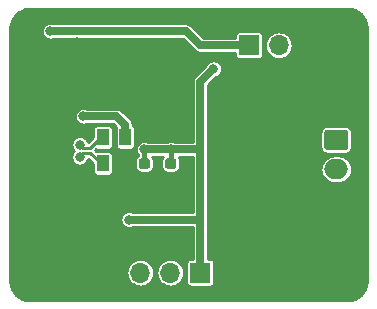
<source format=gbr>
G04 #@! TF.GenerationSoftware,KiCad,Pcbnew,(5.1.0-70-g46d257dc6)*
G04 #@! TF.CreationDate,2019-05-03T15:48:20+03:00*
G04 #@! TF.ProjectId,stm32_ds2480_emu,73746d33-325f-4647-9332-3438305f656d,rev?*
G04 #@! TF.SameCoordinates,Original*
G04 #@! TF.FileFunction,Copper,L2,Bot*
G04 #@! TF.FilePolarity,Positive*
%FSLAX46Y46*%
G04 Gerber Fmt 4.6, Leading zero omitted, Abs format (unit mm)*
G04 Created by KiCad (PCBNEW (5.1.0-70-g46d257dc6)) date 2019-05-03 15:48:20*
%MOMM*%
%LPD*%
G04 APERTURE LIST*
%ADD10C,0.100000*%
%ADD11C,0.875000*%
%ADD12R,1.000000X1.400000*%
%ADD13R,1.200000X1.400000*%
%ADD14C,1.450000*%
%ADD15O,1.900000X1.200000*%
%ADD16O,1.700000X1.700000*%
%ADD17R,1.700000X1.700000*%
%ADD18O,2.000000X1.700000*%
%ADD19C,1.700000*%
%ADD20C,0.800000*%
%ADD21C,0.650000*%
%ADD22C,0.250000*%
%ADD23C,0.450000*%
%ADD24C,0.254000*%
G04 APERTURE END LIST*
D10*
G36*
X124527691Y-87151053D02*
G01*
X124548926Y-87154203D01*
X124569750Y-87159419D01*
X124589962Y-87166651D01*
X124609368Y-87175830D01*
X124627781Y-87186866D01*
X124645024Y-87199654D01*
X124660930Y-87214070D01*
X124675346Y-87229976D01*
X124688134Y-87247219D01*
X124699170Y-87265632D01*
X124708349Y-87285038D01*
X124715581Y-87305250D01*
X124720797Y-87326074D01*
X124723947Y-87347309D01*
X124725000Y-87368750D01*
X124725000Y-87806250D01*
X124723947Y-87827691D01*
X124720797Y-87848926D01*
X124715581Y-87869750D01*
X124708349Y-87889962D01*
X124699170Y-87909368D01*
X124688134Y-87927781D01*
X124675346Y-87945024D01*
X124660930Y-87960930D01*
X124645024Y-87975346D01*
X124627781Y-87988134D01*
X124609368Y-87999170D01*
X124589962Y-88008349D01*
X124569750Y-88015581D01*
X124548926Y-88020797D01*
X124527691Y-88023947D01*
X124506250Y-88025000D01*
X123993750Y-88025000D01*
X123972309Y-88023947D01*
X123951074Y-88020797D01*
X123930250Y-88015581D01*
X123910038Y-88008349D01*
X123890632Y-87999170D01*
X123872219Y-87988134D01*
X123854976Y-87975346D01*
X123839070Y-87960930D01*
X123824654Y-87945024D01*
X123811866Y-87927781D01*
X123800830Y-87909368D01*
X123791651Y-87889962D01*
X123784419Y-87869750D01*
X123779203Y-87848926D01*
X123776053Y-87827691D01*
X123775000Y-87806250D01*
X123775000Y-87368750D01*
X123776053Y-87347309D01*
X123779203Y-87326074D01*
X123784419Y-87305250D01*
X123791651Y-87285038D01*
X123800830Y-87265632D01*
X123811866Y-87247219D01*
X123824654Y-87229976D01*
X123839070Y-87214070D01*
X123854976Y-87199654D01*
X123872219Y-87186866D01*
X123890632Y-87175830D01*
X123910038Y-87166651D01*
X123930250Y-87159419D01*
X123951074Y-87154203D01*
X123972309Y-87151053D01*
X123993750Y-87150000D01*
X124506250Y-87150000D01*
X124527691Y-87151053D01*
X124527691Y-87151053D01*
G37*
D11*
X124250000Y-87587500D03*
D10*
G36*
X124527691Y-85576053D02*
G01*
X124548926Y-85579203D01*
X124569750Y-85584419D01*
X124589962Y-85591651D01*
X124609368Y-85600830D01*
X124627781Y-85611866D01*
X124645024Y-85624654D01*
X124660930Y-85639070D01*
X124675346Y-85654976D01*
X124688134Y-85672219D01*
X124699170Y-85690632D01*
X124708349Y-85710038D01*
X124715581Y-85730250D01*
X124720797Y-85751074D01*
X124723947Y-85772309D01*
X124725000Y-85793750D01*
X124725000Y-86231250D01*
X124723947Y-86252691D01*
X124720797Y-86273926D01*
X124715581Y-86294750D01*
X124708349Y-86314962D01*
X124699170Y-86334368D01*
X124688134Y-86352781D01*
X124675346Y-86370024D01*
X124660930Y-86385930D01*
X124645024Y-86400346D01*
X124627781Y-86413134D01*
X124609368Y-86424170D01*
X124589962Y-86433349D01*
X124569750Y-86440581D01*
X124548926Y-86445797D01*
X124527691Y-86448947D01*
X124506250Y-86450000D01*
X123993750Y-86450000D01*
X123972309Y-86448947D01*
X123951074Y-86445797D01*
X123930250Y-86440581D01*
X123910038Y-86433349D01*
X123890632Y-86424170D01*
X123872219Y-86413134D01*
X123854976Y-86400346D01*
X123839070Y-86385930D01*
X123824654Y-86370024D01*
X123811866Y-86352781D01*
X123800830Y-86334368D01*
X123791651Y-86314962D01*
X123784419Y-86294750D01*
X123779203Y-86273926D01*
X123776053Y-86252691D01*
X123775000Y-86231250D01*
X123775000Y-85793750D01*
X123776053Y-85772309D01*
X123779203Y-85751074D01*
X123784419Y-85730250D01*
X123791651Y-85710038D01*
X123800830Y-85690632D01*
X123811866Y-85672219D01*
X123824654Y-85654976D01*
X123839070Y-85639070D01*
X123854976Y-85624654D01*
X123872219Y-85611866D01*
X123890632Y-85600830D01*
X123910038Y-85591651D01*
X123930250Y-85584419D01*
X123951074Y-85579203D01*
X123972309Y-85576053D01*
X123993750Y-85575000D01*
X124506250Y-85575000D01*
X124527691Y-85576053D01*
X124527691Y-85576053D01*
G37*
D11*
X124250000Y-86012500D03*
D10*
G36*
X126777691Y-87151053D02*
G01*
X126798926Y-87154203D01*
X126819750Y-87159419D01*
X126839962Y-87166651D01*
X126859368Y-87175830D01*
X126877781Y-87186866D01*
X126895024Y-87199654D01*
X126910930Y-87214070D01*
X126925346Y-87229976D01*
X126938134Y-87247219D01*
X126949170Y-87265632D01*
X126958349Y-87285038D01*
X126965581Y-87305250D01*
X126970797Y-87326074D01*
X126973947Y-87347309D01*
X126975000Y-87368750D01*
X126975000Y-87806250D01*
X126973947Y-87827691D01*
X126970797Y-87848926D01*
X126965581Y-87869750D01*
X126958349Y-87889962D01*
X126949170Y-87909368D01*
X126938134Y-87927781D01*
X126925346Y-87945024D01*
X126910930Y-87960930D01*
X126895024Y-87975346D01*
X126877781Y-87988134D01*
X126859368Y-87999170D01*
X126839962Y-88008349D01*
X126819750Y-88015581D01*
X126798926Y-88020797D01*
X126777691Y-88023947D01*
X126756250Y-88025000D01*
X126243750Y-88025000D01*
X126222309Y-88023947D01*
X126201074Y-88020797D01*
X126180250Y-88015581D01*
X126160038Y-88008349D01*
X126140632Y-87999170D01*
X126122219Y-87988134D01*
X126104976Y-87975346D01*
X126089070Y-87960930D01*
X126074654Y-87945024D01*
X126061866Y-87927781D01*
X126050830Y-87909368D01*
X126041651Y-87889962D01*
X126034419Y-87869750D01*
X126029203Y-87848926D01*
X126026053Y-87827691D01*
X126025000Y-87806250D01*
X126025000Y-87368750D01*
X126026053Y-87347309D01*
X126029203Y-87326074D01*
X126034419Y-87305250D01*
X126041651Y-87285038D01*
X126050830Y-87265632D01*
X126061866Y-87247219D01*
X126074654Y-87229976D01*
X126089070Y-87214070D01*
X126104976Y-87199654D01*
X126122219Y-87186866D01*
X126140632Y-87175830D01*
X126160038Y-87166651D01*
X126180250Y-87159419D01*
X126201074Y-87154203D01*
X126222309Y-87151053D01*
X126243750Y-87150000D01*
X126756250Y-87150000D01*
X126777691Y-87151053D01*
X126777691Y-87151053D01*
G37*
D11*
X126500000Y-87587500D03*
D10*
G36*
X126777691Y-85576053D02*
G01*
X126798926Y-85579203D01*
X126819750Y-85584419D01*
X126839962Y-85591651D01*
X126859368Y-85600830D01*
X126877781Y-85611866D01*
X126895024Y-85624654D01*
X126910930Y-85639070D01*
X126925346Y-85654976D01*
X126938134Y-85672219D01*
X126949170Y-85690632D01*
X126958349Y-85710038D01*
X126965581Y-85730250D01*
X126970797Y-85751074D01*
X126973947Y-85772309D01*
X126975000Y-85793750D01*
X126975000Y-86231250D01*
X126973947Y-86252691D01*
X126970797Y-86273926D01*
X126965581Y-86294750D01*
X126958349Y-86314962D01*
X126949170Y-86334368D01*
X126938134Y-86352781D01*
X126925346Y-86370024D01*
X126910930Y-86385930D01*
X126895024Y-86400346D01*
X126877781Y-86413134D01*
X126859368Y-86424170D01*
X126839962Y-86433349D01*
X126819750Y-86440581D01*
X126798926Y-86445797D01*
X126777691Y-86448947D01*
X126756250Y-86450000D01*
X126243750Y-86450000D01*
X126222309Y-86448947D01*
X126201074Y-86445797D01*
X126180250Y-86440581D01*
X126160038Y-86433349D01*
X126140632Y-86424170D01*
X126122219Y-86413134D01*
X126104976Y-86400346D01*
X126089070Y-86385930D01*
X126074654Y-86370024D01*
X126061866Y-86352781D01*
X126050830Y-86334368D01*
X126041651Y-86314962D01*
X126034419Y-86294750D01*
X126029203Y-86273926D01*
X126026053Y-86252691D01*
X126025000Y-86231250D01*
X126025000Y-85793750D01*
X126026053Y-85772309D01*
X126029203Y-85751074D01*
X126034419Y-85730250D01*
X126041651Y-85710038D01*
X126050830Y-85690632D01*
X126061866Y-85672219D01*
X126074654Y-85654976D01*
X126089070Y-85639070D01*
X126104976Y-85624654D01*
X126122219Y-85611866D01*
X126140632Y-85600830D01*
X126160038Y-85591651D01*
X126180250Y-85584419D01*
X126201074Y-85579203D01*
X126222309Y-85576053D01*
X126243750Y-85575000D01*
X126756250Y-85575000D01*
X126777691Y-85576053D01*
X126777691Y-85576053D01*
G37*
D11*
X126500000Y-86012500D03*
D12*
X122650000Y-83800000D03*
X120750000Y-83800000D03*
X120750000Y-86000000D03*
D13*
X122470000Y-86000000D03*
D14*
X116962500Y-82750000D03*
X116962500Y-87750000D03*
D15*
X114262500Y-81750000D03*
X114262500Y-88750000D03*
D16*
X121380000Y-95250000D03*
X123920000Y-95250000D03*
X126460000Y-95250000D03*
D17*
X129000000Y-95250000D03*
D16*
X135640000Y-76000000D03*
D17*
X133100000Y-76000000D03*
D18*
X140500000Y-86500000D03*
D10*
G36*
X141274504Y-83151204D02*
G01*
X141298773Y-83154804D01*
X141322571Y-83160765D01*
X141345671Y-83169030D01*
X141367849Y-83179520D01*
X141388893Y-83192133D01*
X141408598Y-83206747D01*
X141426777Y-83223223D01*
X141443253Y-83241402D01*
X141457867Y-83261107D01*
X141470480Y-83282151D01*
X141480970Y-83304329D01*
X141489235Y-83327429D01*
X141495196Y-83351227D01*
X141498796Y-83375496D01*
X141500000Y-83400000D01*
X141500000Y-84600000D01*
X141498796Y-84624504D01*
X141495196Y-84648773D01*
X141489235Y-84672571D01*
X141480970Y-84695671D01*
X141470480Y-84717849D01*
X141457867Y-84738893D01*
X141443253Y-84758598D01*
X141426777Y-84776777D01*
X141408598Y-84793253D01*
X141388893Y-84807867D01*
X141367849Y-84820480D01*
X141345671Y-84830970D01*
X141322571Y-84839235D01*
X141298773Y-84845196D01*
X141274504Y-84848796D01*
X141250000Y-84850000D01*
X139750000Y-84850000D01*
X139725496Y-84848796D01*
X139701227Y-84845196D01*
X139677429Y-84839235D01*
X139654329Y-84830970D01*
X139632151Y-84820480D01*
X139611107Y-84807867D01*
X139591402Y-84793253D01*
X139573223Y-84776777D01*
X139556747Y-84758598D01*
X139542133Y-84738893D01*
X139529520Y-84717849D01*
X139519030Y-84695671D01*
X139510765Y-84672571D01*
X139504804Y-84648773D01*
X139501204Y-84624504D01*
X139500000Y-84600000D01*
X139500000Y-83400000D01*
X139501204Y-83375496D01*
X139504804Y-83351227D01*
X139510765Y-83327429D01*
X139519030Y-83304329D01*
X139529520Y-83282151D01*
X139542133Y-83261107D01*
X139556747Y-83241402D01*
X139573223Y-83223223D01*
X139591402Y-83206747D01*
X139611107Y-83192133D01*
X139632151Y-83179520D01*
X139654329Y-83169030D01*
X139677429Y-83160765D01*
X139701227Y-83154804D01*
X139725496Y-83151204D01*
X139750000Y-83150000D01*
X141250000Y-83150000D01*
X141274504Y-83151204D01*
X141274504Y-83151204D01*
G37*
D19*
X140500000Y-84000000D03*
D20*
X116300000Y-74799966D03*
X118549998Y-75750000D03*
X114750000Y-78000002D03*
X121500000Y-78000000D03*
X124500014Y-83250000D03*
X132500000Y-88000000D03*
X130100000Y-78000000D03*
X126500000Y-84799996D03*
X124250006Y-84800000D03*
X122950000Y-90750000D03*
X118800000Y-85450000D03*
X118800000Y-84400000D03*
X119100000Y-82000000D03*
D21*
X133100000Y-76000000D02*
X129000000Y-76000000D01*
X129000000Y-76000000D02*
X127799966Y-74799966D01*
X127799966Y-74799966D02*
X116300000Y-74799966D01*
D22*
X117000002Y-75750000D02*
X118549998Y-75750000D01*
X114750000Y-78000002D02*
X117000002Y-75750000D01*
X126500000Y-87587500D02*
X124250000Y-87587500D01*
X119500000Y-87750000D02*
X116962500Y-87750000D01*
X119662500Y-87587500D02*
X119500000Y-87750000D01*
X122470000Y-87530000D02*
X122412500Y-87587500D01*
X122470000Y-86000000D02*
X122470000Y-87530000D01*
X124250000Y-87587500D02*
X122412500Y-87587500D01*
X132500000Y-78500000D02*
X132500000Y-88000000D01*
X131100000Y-77100000D02*
X132500000Y-78500000D01*
X121500000Y-78000000D02*
X122400000Y-77100000D01*
X124500014Y-77100014D02*
X124500000Y-77100000D01*
X124500014Y-83250000D02*
X124500014Y-77100014D01*
X124500000Y-77100000D02*
X131100000Y-77100000D01*
X122400000Y-77100000D02*
X124500000Y-77100000D01*
X121380000Y-87595000D02*
X121387500Y-87587500D01*
X121380000Y-95250000D02*
X121380000Y-87595000D01*
X121387500Y-87587500D02*
X119662500Y-87587500D01*
X122412500Y-87587500D02*
X121387500Y-87587500D01*
D23*
X124250000Y-84799994D02*
X124250006Y-84800000D01*
X126500000Y-84799996D02*
X126500000Y-86012500D01*
X124250006Y-86012494D02*
X124250000Y-86012500D01*
X124250006Y-84800000D02*
X124250006Y-86012494D01*
D21*
X124250010Y-84799996D02*
X124250006Y-84800000D01*
X126500000Y-84799996D02*
X124250010Y-84799996D01*
X129000000Y-90750000D02*
X129000000Y-95250000D01*
X122950000Y-90750000D02*
X129000000Y-90750000D01*
X129000000Y-79100000D02*
X130100000Y-78000000D01*
X128999996Y-84799996D02*
X129000000Y-84800000D01*
X126500000Y-84799996D02*
X128999996Y-84799996D01*
X129000000Y-84800000D02*
X129000000Y-79100000D01*
X129000000Y-90750000D02*
X129000000Y-84800000D01*
D22*
X120550000Y-86000000D02*
X119700000Y-85150000D01*
X120750000Y-86000000D02*
X120550000Y-86000000D01*
X118800000Y-85450000D02*
X119100000Y-85150000D01*
X119700000Y-85150000D02*
X119100000Y-85150000D01*
X119675000Y-84675000D02*
X119075000Y-84675000D01*
X119075000Y-84675000D02*
X118800000Y-84400000D01*
X120550000Y-83800000D02*
X119675000Y-84675000D01*
X120750000Y-83800000D02*
X120550000Y-83800000D01*
D21*
X122650000Y-83800000D02*
X122650000Y-82750000D01*
X122650000Y-82750000D02*
X121900000Y-82000000D01*
X121900000Y-82000000D02*
X119100000Y-82000000D01*
D24*
G36*
X141805136Y-72958967D02*
G01*
X142098643Y-73047582D01*
X142369350Y-73191520D01*
X142606945Y-73385298D01*
X142802379Y-73621535D01*
X142948202Y-73891230D01*
X143038865Y-74184115D01*
X143073000Y-74508883D01*
X143073001Y-95979107D01*
X143041034Y-96305131D01*
X142952419Y-96598641D01*
X142808479Y-96869353D01*
X142614703Y-97106945D01*
X142378462Y-97302380D01*
X142108770Y-97448202D01*
X141815885Y-97538865D01*
X141491117Y-97573000D01*
X114520883Y-97573000D01*
X114194869Y-97541034D01*
X113901359Y-97452419D01*
X113630647Y-97308479D01*
X113393055Y-97114703D01*
X113197620Y-96878462D01*
X113051798Y-96608770D01*
X112961135Y-96315885D01*
X112927000Y-95991117D01*
X112927000Y-95250000D01*
X122737306Y-95250000D01*
X122760031Y-95480732D01*
X122827333Y-95702597D01*
X122936626Y-95907070D01*
X123083709Y-96086291D01*
X123262930Y-96233374D01*
X123467403Y-96342667D01*
X123689268Y-96409969D01*
X123862188Y-96427000D01*
X123977812Y-96427000D01*
X124150732Y-96409969D01*
X124372597Y-96342667D01*
X124577070Y-96233374D01*
X124756291Y-96086291D01*
X124903374Y-95907070D01*
X125012667Y-95702597D01*
X125079969Y-95480732D01*
X125102694Y-95250000D01*
X125277306Y-95250000D01*
X125300031Y-95480732D01*
X125367333Y-95702597D01*
X125476626Y-95907070D01*
X125623709Y-96086291D01*
X125802930Y-96233374D01*
X126007403Y-96342667D01*
X126229268Y-96409969D01*
X126402188Y-96427000D01*
X126517812Y-96427000D01*
X126690732Y-96409969D01*
X126912597Y-96342667D01*
X127117070Y-96233374D01*
X127296291Y-96086291D01*
X127443374Y-95907070D01*
X127552667Y-95702597D01*
X127619969Y-95480732D01*
X127642694Y-95250000D01*
X127619969Y-95019268D01*
X127552667Y-94797403D01*
X127443374Y-94592930D01*
X127296291Y-94413709D01*
X127117070Y-94266626D01*
X126912597Y-94157333D01*
X126690732Y-94090031D01*
X126517812Y-94073000D01*
X126402188Y-94073000D01*
X126229268Y-94090031D01*
X126007403Y-94157333D01*
X125802930Y-94266626D01*
X125623709Y-94413709D01*
X125476626Y-94592930D01*
X125367333Y-94797403D01*
X125300031Y-95019268D01*
X125277306Y-95250000D01*
X125102694Y-95250000D01*
X125079969Y-95019268D01*
X125012667Y-94797403D01*
X124903374Y-94592930D01*
X124756291Y-94413709D01*
X124577070Y-94266626D01*
X124372597Y-94157333D01*
X124150732Y-94090031D01*
X123977812Y-94073000D01*
X123862188Y-94073000D01*
X123689268Y-94090031D01*
X123467403Y-94157333D01*
X123262930Y-94266626D01*
X123083709Y-94413709D01*
X122936626Y-94592930D01*
X122827333Y-94797403D01*
X122760031Y-95019268D01*
X122737306Y-95250000D01*
X112927000Y-95250000D01*
X112927000Y-90678397D01*
X122223000Y-90678397D01*
X122223000Y-90821603D01*
X122250938Y-90962058D01*
X122305741Y-91094364D01*
X122385302Y-91213436D01*
X122486564Y-91314698D01*
X122605636Y-91394259D01*
X122737942Y-91449062D01*
X122878397Y-91477000D01*
X123021603Y-91477000D01*
X123162058Y-91449062D01*
X123275676Y-91402000D01*
X128348000Y-91402000D01*
X128348001Y-94071418D01*
X128150000Y-94071418D01*
X128085897Y-94077732D01*
X128024257Y-94096430D01*
X127967450Y-94126794D01*
X127917657Y-94167657D01*
X127876794Y-94217450D01*
X127846430Y-94274257D01*
X127827732Y-94335897D01*
X127821418Y-94400000D01*
X127821418Y-96100000D01*
X127827732Y-96164103D01*
X127846430Y-96225743D01*
X127876794Y-96282550D01*
X127917657Y-96332343D01*
X127967450Y-96373206D01*
X128024257Y-96403570D01*
X128085897Y-96422268D01*
X128150000Y-96428582D01*
X129850000Y-96428582D01*
X129914103Y-96422268D01*
X129975743Y-96403570D01*
X130032550Y-96373206D01*
X130082343Y-96332343D01*
X130123206Y-96282550D01*
X130153570Y-96225743D01*
X130172268Y-96164103D01*
X130178582Y-96100000D01*
X130178582Y-94400000D01*
X130172268Y-94335897D01*
X130153570Y-94274257D01*
X130123206Y-94217450D01*
X130082343Y-94167657D01*
X130032550Y-94126794D01*
X129975743Y-94096430D01*
X129914103Y-94077732D01*
X129850000Y-94071418D01*
X129652000Y-94071418D01*
X129652000Y-90782021D01*
X129655154Y-90750000D01*
X129652000Y-90717978D01*
X129652000Y-86500000D01*
X139167306Y-86500000D01*
X139190031Y-86730732D01*
X139257333Y-86952597D01*
X139366626Y-87157070D01*
X139513709Y-87336291D01*
X139692930Y-87483374D01*
X139897403Y-87592667D01*
X140119268Y-87659969D01*
X140292188Y-87677000D01*
X140707812Y-87677000D01*
X140880732Y-87659969D01*
X141102597Y-87592667D01*
X141307070Y-87483374D01*
X141486291Y-87336291D01*
X141633374Y-87157070D01*
X141742667Y-86952597D01*
X141809969Y-86730732D01*
X141832694Y-86500000D01*
X141809969Y-86269268D01*
X141742667Y-86047403D01*
X141633374Y-85842930D01*
X141486291Y-85663709D01*
X141307070Y-85516626D01*
X141102597Y-85407333D01*
X140880732Y-85340031D01*
X140707812Y-85323000D01*
X140292188Y-85323000D01*
X140119268Y-85340031D01*
X139897403Y-85407333D01*
X139692930Y-85516626D01*
X139513709Y-85663709D01*
X139366626Y-85842930D01*
X139257333Y-86047403D01*
X139190031Y-86269268D01*
X139167306Y-86500000D01*
X129652000Y-86500000D01*
X129652000Y-84832021D01*
X129655154Y-84800000D01*
X129652000Y-84767978D01*
X129652000Y-83400000D01*
X139171418Y-83400000D01*
X139171418Y-84600000D01*
X139182535Y-84712876D01*
X139215460Y-84821414D01*
X139268927Y-84921443D01*
X139340881Y-85009119D01*
X139428557Y-85081073D01*
X139528586Y-85134540D01*
X139637124Y-85167465D01*
X139750000Y-85178582D01*
X141250000Y-85178582D01*
X141362876Y-85167465D01*
X141471414Y-85134540D01*
X141571443Y-85081073D01*
X141659119Y-85009119D01*
X141731073Y-84921443D01*
X141784540Y-84821414D01*
X141817465Y-84712876D01*
X141828582Y-84600000D01*
X141828582Y-83400000D01*
X141817465Y-83287124D01*
X141784540Y-83178586D01*
X141731073Y-83078557D01*
X141659119Y-82990881D01*
X141571443Y-82918927D01*
X141471414Y-82865460D01*
X141362876Y-82832535D01*
X141250000Y-82821418D01*
X139750000Y-82821418D01*
X139637124Y-82832535D01*
X139528586Y-82865460D01*
X139428557Y-82918927D01*
X139340881Y-82990881D01*
X139268927Y-83078557D01*
X139215460Y-83178586D01*
X139182535Y-83287124D01*
X139171418Y-83400000D01*
X129652000Y-83400000D01*
X129652000Y-79370066D01*
X130330745Y-78691321D01*
X130444364Y-78644259D01*
X130563436Y-78564698D01*
X130664698Y-78463436D01*
X130744259Y-78344364D01*
X130799062Y-78212058D01*
X130827000Y-78071603D01*
X130827000Y-77928397D01*
X130799062Y-77787942D01*
X130744259Y-77655636D01*
X130664698Y-77536564D01*
X130563436Y-77435302D01*
X130444364Y-77355741D01*
X130312058Y-77300938D01*
X130171603Y-77273000D01*
X130028397Y-77273000D01*
X129887942Y-77300938D01*
X129755636Y-77355741D01*
X129636564Y-77435302D01*
X129535302Y-77536564D01*
X129455741Y-77655636D01*
X129408679Y-77769255D01*
X128561614Y-78616320D01*
X128536737Y-78636736D01*
X128455260Y-78736016D01*
X128422899Y-78796559D01*
X128394717Y-78849284D01*
X128357435Y-78972186D01*
X128344846Y-79100000D01*
X128348001Y-79132032D01*
X128348000Y-84147996D01*
X126825676Y-84147996D01*
X126712058Y-84100934D01*
X126571603Y-84072996D01*
X126428397Y-84072996D01*
X126287942Y-84100934D01*
X126174324Y-84147996D01*
X124575672Y-84147996D01*
X124462064Y-84100938D01*
X124321609Y-84073000D01*
X124178403Y-84073000D01*
X124037948Y-84100938D01*
X123905642Y-84155741D01*
X123786570Y-84235302D01*
X123685308Y-84336564D01*
X123605747Y-84455636D01*
X123550944Y-84587942D01*
X123523006Y-84728397D01*
X123523006Y-84871603D01*
X123550944Y-85012058D01*
X123605747Y-85144364D01*
X123685308Y-85263436D01*
X123698006Y-85276134D01*
X123698006Y-85334204D01*
X123689669Y-85338660D01*
X123606728Y-85406728D01*
X123538660Y-85489669D01*
X123488081Y-85584295D01*
X123456935Y-85686971D01*
X123446418Y-85793750D01*
X123446418Y-86231250D01*
X123456935Y-86338029D01*
X123488081Y-86440705D01*
X123538660Y-86535331D01*
X123606728Y-86618272D01*
X123689669Y-86686340D01*
X123784295Y-86736919D01*
X123886971Y-86768065D01*
X123993750Y-86778582D01*
X124506250Y-86778582D01*
X124613029Y-86768065D01*
X124715705Y-86736919D01*
X124810331Y-86686340D01*
X124893272Y-86618272D01*
X124961340Y-86535331D01*
X125011919Y-86440705D01*
X125043065Y-86338029D01*
X125053582Y-86231250D01*
X125053582Y-85793750D01*
X125043065Y-85686971D01*
X125011919Y-85584295D01*
X124961340Y-85489669D01*
X124930423Y-85451996D01*
X125819577Y-85451996D01*
X125788660Y-85489669D01*
X125738081Y-85584295D01*
X125706935Y-85686971D01*
X125696418Y-85793750D01*
X125696418Y-86231250D01*
X125706935Y-86338029D01*
X125738081Y-86440705D01*
X125788660Y-86535331D01*
X125856728Y-86618272D01*
X125939669Y-86686340D01*
X126034295Y-86736919D01*
X126136971Y-86768065D01*
X126243750Y-86778582D01*
X126756250Y-86778582D01*
X126863029Y-86768065D01*
X126965705Y-86736919D01*
X127060331Y-86686340D01*
X127143272Y-86618272D01*
X127211340Y-86535331D01*
X127261919Y-86440705D01*
X127293065Y-86338029D01*
X127303582Y-86231250D01*
X127303582Y-85793750D01*
X127293065Y-85686971D01*
X127261919Y-85584295D01*
X127211340Y-85489669D01*
X127180423Y-85451996D01*
X128348001Y-85451996D01*
X128348000Y-90098000D01*
X123275676Y-90098000D01*
X123162058Y-90050938D01*
X123021603Y-90023000D01*
X122878397Y-90023000D01*
X122737942Y-90050938D01*
X122605636Y-90105741D01*
X122486564Y-90185302D01*
X122385302Y-90286564D01*
X122305741Y-90405636D01*
X122250938Y-90537942D01*
X122223000Y-90678397D01*
X112927000Y-90678397D01*
X112927000Y-84328397D01*
X118073000Y-84328397D01*
X118073000Y-84471603D01*
X118100938Y-84612058D01*
X118155741Y-84744364D01*
X118235302Y-84863436D01*
X118296866Y-84925000D01*
X118235302Y-84986564D01*
X118155741Y-85105636D01*
X118100938Y-85237942D01*
X118073000Y-85378397D01*
X118073000Y-85521603D01*
X118100938Y-85662058D01*
X118155741Y-85794364D01*
X118235302Y-85913436D01*
X118336564Y-86014698D01*
X118455636Y-86094259D01*
X118587942Y-86149062D01*
X118728397Y-86177000D01*
X118871603Y-86177000D01*
X119012058Y-86149062D01*
X119144364Y-86094259D01*
X119263436Y-86014698D01*
X119364698Y-85913436D01*
X119444259Y-85794364D01*
X119499062Y-85662058D01*
X119511008Y-85602000D01*
X119512777Y-85602000D01*
X119921418Y-86010642D01*
X119921418Y-86700000D01*
X119927732Y-86764103D01*
X119946430Y-86825743D01*
X119976794Y-86882550D01*
X120017657Y-86932343D01*
X120067450Y-86973206D01*
X120124257Y-87003570D01*
X120185897Y-87022268D01*
X120250000Y-87028582D01*
X121250000Y-87028582D01*
X121314103Y-87022268D01*
X121375743Y-87003570D01*
X121432550Y-86973206D01*
X121482343Y-86932343D01*
X121523206Y-86882550D01*
X121553570Y-86825743D01*
X121572268Y-86764103D01*
X121578582Y-86700000D01*
X121578582Y-85300000D01*
X121572268Y-85235897D01*
X121553570Y-85174257D01*
X121523206Y-85117450D01*
X121482343Y-85067657D01*
X121432550Y-85026794D01*
X121375743Y-84996430D01*
X121314103Y-84977732D01*
X121250000Y-84971418D01*
X120250000Y-84971418D01*
X120185897Y-84977732D01*
X120171364Y-84982141D01*
X120089223Y-84900000D01*
X120171364Y-84817859D01*
X120185897Y-84822268D01*
X120250000Y-84828582D01*
X121250000Y-84828582D01*
X121314103Y-84822268D01*
X121375743Y-84803570D01*
X121432550Y-84773206D01*
X121482343Y-84732343D01*
X121523206Y-84682550D01*
X121553570Y-84625743D01*
X121572268Y-84564103D01*
X121578582Y-84500000D01*
X121578582Y-83100000D01*
X121572268Y-83035897D01*
X121553570Y-82974257D01*
X121523206Y-82917450D01*
X121482343Y-82867657D01*
X121432550Y-82826794D01*
X121375743Y-82796430D01*
X121314103Y-82777732D01*
X121250000Y-82771418D01*
X120250000Y-82771418D01*
X120185897Y-82777732D01*
X120124257Y-82796430D01*
X120067450Y-82826794D01*
X120017657Y-82867657D01*
X119976794Y-82917450D01*
X119946430Y-82974257D01*
X119927732Y-83035897D01*
X119921418Y-83100000D01*
X119921418Y-83789358D01*
X119503006Y-84207771D01*
X119499062Y-84187942D01*
X119444259Y-84055636D01*
X119364698Y-83936564D01*
X119263436Y-83835302D01*
X119144364Y-83755741D01*
X119012058Y-83700938D01*
X118871603Y-83673000D01*
X118728397Y-83673000D01*
X118587942Y-83700938D01*
X118455636Y-83755741D01*
X118336564Y-83835302D01*
X118235302Y-83936564D01*
X118155741Y-84055636D01*
X118100938Y-84187942D01*
X118073000Y-84328397D01*
X112927000Y-84328397D01*
X112927000Y-81928397D01*
X118373000Y-81928397D01*
X118373000Y-82071603D01*
X118400938Y-82212058D01*
X118455741Y-82344364D01*
X118535302Y-82463436D01*
X118636564Y-82564698D01*
X118755636Y-82644259D01*
X118887942Y-82699062D01*
X119028397Y-82727000D01*
X119171603Y-82727000D01*
X119312058Y-82699062D01*
X119425676Y-82652000D01*
X121629934Y-82652000D01*
X121885173Y-82907240D01*
X121876794Y-82917450D01*
X121846430Y-82974257D01*
X121827732Y-83035897D01*
X121821418Y-83100000D01*
X121821418Y-84500000D01*
X121827732Y-84564103D01*
X121846430Y-84625743D01*
X121876794Y-84682550D01*
X121917657Y-84732343D01*
X121967450Y-84773206D01*
X122024257Y-84803570D01*
X122085897Y-84822268D01*
X122150000Y-84828582D01*
X123150000Y-84828582D01*
X123214103Y-84822268D01*
X123275743Y-84803570D01*
X123332550Y-84773206D01*
X123382343Y-84732343D01*
X123423206Y-84682550D01*
X123453570Y-84625743D01*
X123472268Y-84564103D01*
X123478582Y-84500000D01*
X123478582Y-83100000D01*
X123472268Y-83035897D01*
X123453570Y-82974257D01*
X123423206Y-82917450D01*
X123382343Y-82867657D01*
X123332550Y-82826794D01*
X123302000Y-82810465D01*
X123302000Y-82782021D01*
X123305154Y-82749999D01*
X123292565Y-82622185D01*
X123255283Y-82499283D01*
X123194741Y-82386016D01*
X123113264Y-82286736D01*
X123088387Y-82266320D01*
X122383684Y-81561618D01*
X122363264Y-81536736D01*
X122263984Y-81455259D01*
X122150717Y-81394717D01*
X122027814Y-81357435D01*
X121932022Y-81348000D01*
X121900000Y-81344846D01*
X121867978Y-81348000D01*
X119425676Y-81348000D01*
X119312058Y-81300938D01*
X119171603Y-81273000D01*
X119028397Y-81273000D01*
X118887942Y-81300938D01*
X118755636Y-81355741D01*
X118636564Y-81435302D01*
X118535302Y-81536564D01*
X118455741Y-81655636D01*
X118400938Y-81787942D01*
X118373000Y-81928397D01*
X112927000Y-81928397D01*
X112927000Y-74728363D01*
X115573000Y-74728363D01*
X115573000Y-74871569D01*
X115600938Y-75012024D01*
X115655741Y-75144330D01*
X115735302Y-75263402D01*
X115836564Y-75364664D01*
X115955636Y-75444225D01*
X116087942Y-75499028D01*
X116228397Y-75526966D01*
X116371603Y-75526966D01*
X116512058Y-75499028D01*
X116625676Y-75451966D01*
X127529900Y-75451966D01*
X128516320Y-76438387D01*
X128536736Y-76463264D01*
X128636016Y-76544741D01*
X128749283Y-76605283D01*
X128872185Y-76642565D01*
X128884827Y-76643810D01*
X128967978Y-76652000D01*
X128967985Y-76652000D01*
X128999999Y-76655153D01*
X129032014Y-76652000D01*
X131921418Y-76652000D01*
X131921418Y-76850000D01*
X131927732Y-76914103D01*
X131946430Y-76975743D01*
X131976794Y-77032550D01*
X132017657Y-77082343D01*
X132067450Y-77123206D01*
X132124257Y-77153570D01*
X132185897Y-77172268D01*
X132250000Y-77178582D01*
X133950000Y-77178582D01*
X134014103Y-77172268D01*
X134075743Y-77153570D01*
X134132550Y-77123206D01*
X134182343Y-77082343D01*
X134223206Y-77032550D01*
X134253570Y-76975743D01*
X134272268Y-76914103D01*
X134278582Y-76850000D01*
X134278582Y-76000000D01*
X134457306Y-76000000D01*
X134480031Y-76230732D01*
X134547333Y-76452597D01*
X134656626Y-76657070D01*
X134803709Y-76836291D01*
X134982930Y-76983374D01*
X135187403Y-77092667D01*
X135409268Y-77159969D01*
X135582188Y-77177000D01*
X135697812Y-77177000D01*
X135870732Y-77159969D01*
X136092597Y-77092667D01*
X136297070Y-76983374D01*
X136476291Y-76836291D01*
X136623374Y-76657070D01*
X136732667Y-76452597D01*
X136799969Y-76230732D01*
X136822694Y-76000000D01*
X136799969Y-75769268D01*
X136732667Y-75547403D01*
X136623374Y-75342930D01*
X136476291Y-75163709D01*
X136297070Y-75016626D01*
X136092597Y-74907333D01*
X135870732Y-74840031D01*
X135697812Y-74823000D01*
X135582188Y-74823000D01*
X135409268Y-74840031D01*
X135187403Y-74907333D01*
X134982930Y-75016626D01*
X134803709Y-75163709D01*
X134656626Y-75342930D01*
X134547333Y-75547403D01*
X134480031Y-75769268D01*
X134457306Y-76000000D01*
X134278582Y-76000000D01*
X134278582Y-75150000D01*
X134272268Y-75085897D01*
X134253570Y-75024257D01*
X134223206Y-74967450D01*
X134182343Y-74917657D01*
X134132550Y-74876794D01*
X134075743Y-74846430D01*
X134014103Y-74827732D01*
X133950000Y-74821418D01*
X132250000Y-74821418D01*
X132185897Y-74827732D01*
X132124257Y-74846430D01*
X132067450Y-74876794D01*
X132017657Y-74917657D01*
X131976794Y-74967450D01*
X131946430Y-75024257D01*
X131927732Y-75085897D01*
X131921418Y-75150000D01*
X131921418Y-75348000D01*
X129270067Y-75348000D01*
X128283651Y-74361585D01*
X128263230Y-74336702D01*
X128163950Y-74255225D01*
X128050683Y-74194683D01*
X127927780Y-74157401D01*
X127831988Y-74147966D01*
X127799966Y-74144812D01*
X127767944Y-74147966D01*
X116625676Y-74147966D01*
X116512058Y-74100904D01*
X116371603Y-74072966D01*
X116228397Y-74072966D01*
X116087942Y-74100904D01*
X115955636Y-74155707D01*
X115836564Y-74235268D01*
X115735302Y-74336530D01*
X115655741Y-74455602D01*
X115600938Y-74587908D01*
X115573000Y-74728363D01*
X112927000Y-74728363D01*
X112927000Y-74520883D01*
X112958967Y-74194864D01*
X113047582Y-73901357D01*
X113191520Y-73630650D01*
X113385298Y-73393055D01*
X113621535Y-73197621D01*
X113891230Y-73051798D01*
X114184115Y-72961135D01*
X114508883Y-72927000D01*
X141479117Y-72927000D01*
X141805136Y-72958967D01*
X141805136Y-72958967D01*
G37*
X141805136Y-72958967D02*
X142098643Y-73047582D01*
X142369350Y-73191520D01*
X142606945Y-73385298D01*
X142802379Y-73621535D01*
X142948202Y-73891230D01*
X143038865Y-74184115D01*
X143073000Y-74508883D01*
X143073001Y-95979107D01*
X143041034Y-96305131D01*
X142952419Y-96598641D01*
X142808479Y-96869353D01*
X142614703Y-97106945D01*
X142378462Y-97302380D01*
X142108770Y-97448202D01*
X141815885Y-97538865D01*
X141491117Y-97573000D01*
X114520883Y-97573000D01*
X114194869Y-97541034D01*
X113901359Y-97452419D01*
X113630647Y-97308479D01*
X113393055Y-97114703D01*
X113197620Y-96878462D01*
X113051798Y-96608770D01*
X112961135Y-96315885D01*
X112927000Y-95991117D01*
X112927000Y-95250000D01*
X122737306Y-95250000D01*
X122760031Y-95480732D01*
X122827333Y-95702597D01*
X122936626Y-95907070D01*
X123083709Y-96086291D01*
X123262930Y-96233374D01*
X123467403Y-96342667D01*
X123689268Y-96409969D01*
X123862188Y-96427000D01*
X123977812Y-96427000D01*
X124150732Y-96409969D01*
X124372597Y-96342667D01*
X124577070Y-96233374D01*
X124756291Y-96086291D01*
X124903374Y-95907070D01*
X125012667Y-95702597D01*
X125079969Y-95480732D01*
X125102694Y-95250000D01*
X125277306Y-95250000D01*
X125300031Y-95480732D01*
X125367333Y-95702597D01*
X125476626Y-95907070D01*
X125623709Y-96086291D01*
X125802930Y-96233374D01*
X126007403Y-96342667D01*
X126229268Y-96409969D01*
X126402188Y-96427000D01*
X126517812Y-96427000D01*
X126690732Y-96409969D01*
X126912597Y-96342667D01*
X127117070Y-96233374D01*
X127296291Y-96086291D01*
X127443374Y-95907070D01*
X127552667Y-95702597D01*
X127619969Y-95480732D01*
X127642694Y-95250000D01*
X127619969Y-95019268D01*
X127552667Y-94797403D01*
X127443374Y-94592930D01*
X127296291Y-94413709D01*
X127117070Y-94266626D01*
X126912597Y-94157333D01*
X126690732Y-94090031D01*
X126517812Y-94073000D01*
X126402188Y-94073000D01*
X126229268Y-94090031D01*
X126007403Y-94157333D01*
X125802930Y-94266626D01*
X125623709Y-94413709D01*
X125476626Y-94592930D01*
X125367333Y-94797403D01*
X125300031Y-95019268D01*
X125277306Y-95250000D01*
X125102694Y-95250000D01*
X125079969Y-95019268D01*
X125012667Y-94797403D01*
X124903374Y-94592930D01*
X124756291Y-94413709D01*
X124577070Y-94266626D01*
X124372597Y-94157333D01*
X124150732Y-94090031D01*
X123977812Y-94073000D01*
X123862188Y-94073000D01*
X123689268Y-94090031D01*
X123467403Y-94157333D01*
X123262930Y-94266626D01*
X123083709Y-94413709D01*
X122936626Y-94592930D01*
X122827333Y-94797403D01*
X122760031Y-95019268D01*
X122737306Y-95250000D01*
X112927000Y-95250000D01*
X112927000Y-90678397D01*
X122223000Y-90678397D01*
X122223000Y-90821603D01*
X122250938Y-90962058D01*
X122305741Y-91094364D01*
X122385302Y-91213436D01*
X122486564Y-91314698D01*
X122605636Y-91394259D01*
X122737942Y-91449062D01*
X122878397Y-91477000D01*
X123021603Y-91477000D01*
X123162058Y-91449062D01*
X123275676Y-91402000D01*
X128348000Y-91402000D01*
X128348001Y-94071418D01*
X128150000Y-94071418D01*
X128085897Y-94077732D01*
X128024257Y-94096430D01*
X127967450Y-94126794D01*
X127917657Y-94167657D01*
X127876794Y-94217450D01*
X127846430Y-94274257D01*
X127827732Y-94335897D01*
X127821418Y-94400000D01*
X127821418Y-96100000D01*
X127827732Y-96164103D01*
X127846430Y-96225743D01*
X127876794Y-96282550D01*
X127917657Y-96332343D01*
X127967450Y-96373206D01*
X128024257Y-96403570D01*
X128085897Y-96422268D01*
X128150000Y-96428582D01*
X129850000Y-96428582D01*
X129914103Y-96422268D01*
X129975743Y-96403570D01*
X130032550Y-96373206D01*
X130082343Y-96332343D01*
X130123206Y-96282550D01*
X130153570Y-96225743D01*
X130172268Y-96164103D01*
X130178582Y-96100000D01*
X130178582Y-94400000D01*
X130172268Y-94335897D01*
X130153570Y-94274257D01*
X130123206Y-94217450D01*
X130082343Y-94167657D01*
X130032550Y-94126794D01*
X129975743Y-94096430D01*
X129914103Y-94077732D01*
X129850000Y-94071418D01*
X129652000Y-94071418D01*
X129652000Y-90782021D01*
X129655154Y-90750000D01*
X129652000Y-90717978D01*
X129652000Y-86500000D01*
X139167306Y-86500000D01*
X139190031Y-86730732D01*
X139257333Y-86952597D01*
X139366626Y-87157070D01*
X139513709Y-87336291D01*
X139692930Y-87483374D01*
X139897403Y-87592667D01*
X140119268Y-87659969D01*
X140292188Y-87677000D01*
X140707812Y-87677000D01*
X140880732Y-87659969D01*
X141102597Y-87592667D01*
X141307070Y-87483374D01*
X141486291Y-87336291D01*
X141633374Y-87157070D01*
X141742667Y-86952597D01*
X141809969Y-86730732D01*
X141832694Y-86500000D01*
X141809969Y-86269268D01*
X141742667Y-86047403D01*
X141633374Y-85842930D01*
X141486291Y-85663709D01*
X141307070Y-85516626D01*
X141102597Y-85407333D01*
X140880732Y-85340031D01*
X140707812Y-85323000D01*
X140292188Y-85323000D01*
X140119268Y-85340031D01*
X139897403Y-85407333D01*
X139692930Y-85516626D01*
X139513709Y-85663709D01*
X139366626Y-85842930D01*
X139257333Y-86047403D01*
X139190031Y-86269268D01*
X139167306Y-86500000D01*
X129652000Y-86500000D01*
X129652000Y-84832021D01*
X129655154Y-84800000D01*
X129652000Y-84767978D01*
X129652000Y-83400000D01*
X139171418Y-83400000D01*
X139171418Y-84600000D01*
X139182535Y-84712876D01*
X139215460Y-84821414D01*
X139268927Y-84921443D01*
X139340881Y-85009119D01*
X139428557Y-85081073D01*
X139528586Y-85134540D01*
X139637124Y-85167465D01*
X139750000Y-85178582D01*
X141250000Y-85178582D01*
X141362876Y-85167465D01*
X141471414Y-85134540D01*
X141571443Y-85081073D01*
X141659119Y-85009119D01*
X141731073Y-84921443D01*
X141784540Y-84821414D01*
X141817465Y-84712876D01*
X141828582Y-84600000D01*
X141828582Y-83400000D01*
X141817465Y-83287124D01*
X141784540Y-83178586D01*
X141731073Y-83078557D01*
X141659119Y-82990881D01*
X141571443Y-82918927D01*
X141471414Y-82865460D01*
X141362876Y-82832535D01*
X141250000Y-82821418D01*
X139750000Y-82821418D01*
X139637124Y-82832535D01*
X139528586Y-82865460D01*
X139428557Y-82918927D01*
X139340881Y-82990881D01*
X139268927Y-83078557D01*
X139215460Y-83178586D01*
X139182535Y-83287124D01*
X139171418Y-83400000D01*
X129652000Y-83400000D01*
X129652000Y-79370066D01*
X130330745Y-78691321D01*
X130444364Y-78644259D01*
X130563436Y-78564698D01*
X130664698Y-78463436D01*
X130744259Y-78344364D01*
X130799062Y-78212058D01*
X130827000Y-78071603D01*
X130827000Y-77928397D01*
X130799062Y-77787942D01*
X130744259Y-77655636D01*
X130664698Y-77536564D01*
X130563436Y-77435302D01*
X130444364Y-77355741D01*
X130312058Y-77300938D01*
X130171603Y-77273000D01*
X130028397Y-77273000D01*
X129887942Y-77300938D01*
X129755636Y-77355741D01*
X129636564Y-77435302D01*
X129535302Y-77536564D01*
X129455741Y-77655636D01*
X129408679Y-77769255D01*
X128561614Y-78616320D01*
X128536737Y-78636736D01*
X128455260Y-78736016D01*
X128422899Y-78796559D01*
X128394717Y-78849284D01*
X128357435Y-78972186D01*
X128344846Y-79100000D01*
X128348001Y-79132032D01*
X128348000Y-84147996D01*
X126825676Y-84147996D01*
X126712058Y-84100934D01*
X126571603Y-84072996D01*
X126428397Y-84072996D01*
X126287942Y-84100934D01*
X126174324Y-84147996D01*
X124575672Y-84147996D01*
X124462064Y-84100938D01*
X124321609Y-84073000D01*
X124178403Y-84073000D01*
X124037948Y-84100938D01*
X123905642Y-84155741D01*
X123786570Y-84235302D01*
X123685308Y-84336564D01*
X123605747Y-84455636D01*
X123550944Y-84587942D01*
X123523006Y-84728397D01*
X123523006Y-84871603D01*
X123550944Y-85012058D01*
X123605747Y-85144364D01*
X123685308Y-85263436D01*
X123698006Y-85276134D01*
X123698006Y-85334204D01*
X123689669Y-85338660D01*
X123606728Y-85406728D01*
X123538660Y-85489669D01*
X123488081Y-85584295D01*
X123456935Y-85686971D01*
X123446418Y-85793750D01*
X123446418Y-86231250D01*
X123456935Y-86338029D01*
X123488081Y-86440705D01*
X123538660Y-86535331D01*
X123606728Y-86618272D01*
X123689669Y-86686340D01*
X123784295Y-86736919D01*
X123886971Y-86768065D01*
X123993750Y-86778582D01*
X124506250Y-86778582D01*
X124613029Y-86768065D01*
X124715705Y-86736919D01*
X124810331Y-86686340D01*
X124893272Y-86618272D01*
X124961340Y-86535331D01*
X125011919Y-86440705D01*
X125043065Y-86338029D01*
X125053582Y-86231250D01*
X125053582Y-85793750D01*
X125043065Y-85686971D01*
X125011919Y-85584295D01*
X124961340Y-85489669D01*
X124930423Y-85451996D01*
X125819577Y-85451996D01*
X125788660Y-85489669D01*
X125738081Y-85584295D01*
X125706935Y-85686971D01*
X125696418Y-85793750D01*
X125696418Y-86231250D01*
X125706935Y-86338029D01*
X125738081Y-86440705D01*
X125788660Y-86535331D01*
X125856728Y-86618272D01*
X125939669Y-86686340D01*
X126034295Y-86736919D01*
X126136971Y-86768065D01*
X126243750Y-86778582D01*
X126756250Y-86778582D01*
X126863029Y-86768065D01*
X126965705Y-86736919D01*
X127060331Y-86686340D01*
X127143272Y-86618272D01*
X127211340Y-86535331D01*
X127261919Y-86440705D01*
X127293065Y-86338029D01*
X127303582Y-86231250D01*
X127303582Y-85793750D01*
X127293065Y-85686971D01*
X127261919Y-85584295D01*
X127211340Y-85489669D01*
X127180423Y-85451996D01*
X128348001Y-85451996D01*
X128348000Y-90098000D01*
X123275676Y-90098000D01*
X123162058Y-90050938D01*
X123021603Y-90023000D01*
X122878397Y-90023000D01*
X122737942Y-90050938D01*
X122605636Y-90105741D01*
X122486564Y-90185302D01*
X122385302Y-90286564D01*
X122305741Y-90405636D01*
X122250938Y-90537942D01*
X122223000Y-90678397D01*
X112927000Y-90678397D01*
X112927000Y-84328397D01*
X118073000Y-84328397D01*
X118073000Y-84471603D01*
X118100938Y-84612058D01*
X118155741Y-84744364D01*
X118235302Y-84863436D01*
X118296866Y-84925000D01*
X118235302Y-84986564D01*
X118155741Y-85105636D01*
X118100938Y-85237942D01*
X118073000Y-85378397D01*
X118073000Y-85521603D01*
X118100938Y-85662058D01*
X118155741Y-85794364D01*
X118235302Y-85913436D01*
X118336564Y-86014698D01*
X118455636Y-86094259D01*
X118587942Y-86149062D01*
X118728397Y-86177000D01*
X118871603Y-86177000D01*
X119012058Y-86149062D01*
X119144364Y-86094259D01*
X119263436Y-86014698D01*
X119364698Y-85913436D01*
X119444259Y-85794364D01*
X119499062Y-85662058D01*
X119511008Y-85602000D01*
X119512777Y-85602000D01*
X119921418Y-86010642D01*
X119921418Y-86700000D01*
X119927732Y-86764103D01*
X119946430Y-86825743D01*
X119976794Y-86882550D01*
X120017657Y-86932343D01*
X120067450Y-86973206D01*
X120124257Y-87003570D01*
X120185897Y-87022268D01*
X120250000Y-87028582D01*
X121250000Y-87028582D01*
X121314103Y-87022268D01*
X121375743Y-87003570D01*
X121432550Y-86973206D01*
X121482343Y-86932343D01*
X121523206Y-86882550D01*
X121553570Y-86825743D01*
X121572268Y-86764103D01*
X121578582Y-86700000D01*
X121578582Y-85300000D01*
X121572268Y-85235897D01*
X121553570Y-85174257D01*
X121523206Y-85117450D01*
X121482343Y-85067657D01*
X121432550Y-85026794D01*
X121375743Y-84996430D01*
X121314103Y-84977732D01*
X121250000Y-84971418D01*
X120250000Y-84971418D01*
X120185897Y-84977732D01*
X120171364Y-84982141D01*
X120089223Y-84900000D01*
X120171364Y-84817859D01*
X120185897Y-84822268D01*
X120250000Y-84828582D01*
X121250000Y-84828582D01*
X121314103Y-84822268D01*
X121375743Y-84803570D01*
X121432550Y-84773206D01*
X121482343Y-84732343D01*
X121523206Y-84682550D01*
X121553570Y-84625743D01*
X121572268Y-84564103D01*
X121578582Y-84500000D01*
X121578582Y-83100000D01*
X121572268Y-83035897D01*
X121553570Y-82974257D01*
X121523206Y-82917450D01*
X121482343Y-82867657D01*
X121432550Y-82826794D01*
X121375743Y-82796430D01*
X121314103Y-82777732D01*
X121250000Y-82771418D01*
X120250000Y-82771418D01*
X120185897Y-82777732D01*
X120124257Y-82796430D01*
X120067450Y-82826794D01*
X120017657Y-82867657D01*
X119976794Y-82917450D01*
X119946430Y-82974257D01*
X119927732Y-83035897D01*
X119921418Y-83100000D01*
X119921418Y-83789358D01*
X119503006Y-84207771D01*
X119499062Y-84187942D01*
X119444259Y-84055636D01*
X119364698Y-83936564D01*
X119263436Y-83835302D01*
X119144364Y-83755741D01*
X119012058Y-83700938D01*
X118871603Y-83673000D01*
X118728397Y-83673000D01*
X118587942Y-83700938D01*
X118455636Y-83755741D01*
X118336564Y-83835302D01*
X118235302Y-83936564D01*
X118155741Y-84055636D01*
X118100938Y-84187942D01*
X118073000Y-84328397D01*
X112927000Y-84328397D01*
X112927000Y-81928397D01*
X118373000Y-81928397D01*
X118373000Y-82071603D01*
X118400938Y-82212058D01*
X118455741Y-82344364D01*
X118535302Y-82463436D01*
X118636564Y-82564698D01*
X118755636Y-82644259D01*
X118887942Y-82699062D01*
X119028397Y-82727000D01*
X119171603Y-82727000D01*
X119312058Y-82699062D01*
X119425676Y-82652000D01*
X121629934Y-82652000D01*
X121885173Y-82907240D01*
X121876794Y-82917450D01*
X121846430Y-82974257D01*
X121827732Y-83035897D01*
X121821418Y-83100000D01*
X121821418Y-84500000D01*
X121827732Y-84564103D01*
X121846430Y-84625743D01*
X121876794Y-84682550D01*
X121917657Y-84732343D01*
X121967450Y-84773206D01*
X122024257Y-84803570D01*
X122085897Y-84822268D01*
X122150000Y-84828582D01*
X123150000Y-84828582D01*
X123214103Y-84822268D01*
X123275743Y-84803570D01*
X123332550Y-84773206D01*
X123382343Y-84732343D01*
X123423206Y-84682550D01*
X123453570Y-84625743D01*
X123472268Y-84564103D01*
X123478582Y-84500000D01*
X123478582Y-83100000D01*
X123472268Y-83035897D01*
X123453570Y-82974257D01*
X123423206Y-82917450D01*
X123382343Y-82867657D01*
X123332550Y-82826794D01*
X123302000Y-82810465D01*
X123302000Y-82782021D01*
X123305154Y-82749999D01*
X123292565Y-82622185D01*
X123255283Y-82499283D01*
X123194741Y-82386016D01*
X123113264Y-82286736D01*
X123088387Y-82266320D01*
X122383684Y-81561618D01*
X122363264Y-81536736D01*
X122263984Y-81455259D01*
X122150717Y-81394717D01*
X122027814Y-81357435D01*
X121932022Y-81348000D01*
X121900000Y-81344846D01*
X121867978Y-81348000D01*
X119425676Y-81348000D01*
X119312058Y-81300938D01*
X119171603Y-81273000D01*
X119028397Y-81273000D01*
X118887942Y-81300938D01*
X118755636Y-81355741D01*
X118636564Y-81435302D01*
X118535302Y-81536564D01*
X118455741Y-81655636D01*
X118400938Y-81787942D01*
X118373000Y-81928397D01*
X112927000Y-81928397D01*
X112927000Y-74728363D01*
X115573000Y-74728363D01*
X115573000Y-74871569D01*
X115600938Y-75012024D01*
X115655741Y-75144330D01*
X115735302Y-75263402D01*
X115836564Y-75364664D01*
X115955636Y-75444225D01*
X116087942Y-75499028D01*
X116228397Y-75526966D01*
X116371603Y-75526966D01*
X116512058Y-75499028D01*
X116625676Y-75451966D01*
X127529900Y-75451966D01*
X128516320Y-76438387D01*
X128536736Y-76463264D01*
X128636016Y-76544741D01*
X128749283Y-76605283D01*
X128872185Y-76642565D01*
X128884827Y-76643810D01*
X128967978Y-76652000D01*
X128967985Y-76652000D01*
X128999999Y-76655153D01*
X129032014Y-76652000D01*
X131921418Y-76652000D01*
X131921418Y-76850000D01*
X131927732Y-76914103D01*
X131946430Y-76975743D01*
X131976794Y-77032550D01*
X132017657Y-77082343D01*
X132067450Y-77123206D01*
X132124257Y-77153570D01*
X132185897Y-77172268D01*
X132250000Y-77178582D01*
X133950000Y-77178582D01*
X134014103Y-77172268D01*
X134075743Y-77153570D01*
X134132550Y-77123206D01*
X134182343Y-77082343D01*
X134223206Y-77032550D01*
X134253570Y-76975743D01*
X134272268Y-76914103D01*
X134278582Y-76850000D01*
X134278582Y-76000000D01*
X134457306Y-76000000D01*
X134480031Y-76230732D01*
X134547333Y-76452597D01*
X134656626Y-76657070D01*
X134803709Y-76836291D01*
X134982930Y-76983374D01*
X135187403Y-77092667D01*
X135409268Y-77159969D01*
X135582188Y-77177000D01*
X135697812Y-77177000D01*
X135870732Y-77159969D01*
X136092597Y-77092667D01*
X136297070Y-76983374D01*
X136476291Y-76836291D01*
X136623374Y-76657070D01*
X136732667Y-76452597D01*
X136799969Y-76230732D01*
X136822694Y-76000000D01*
X136799969Y-75769268D01*
X136732667Y-75547403D01*
X136623374Y-75342930D01*
X136476291Y-75163709D01*
X136297070Y-75016626D01*
X136092597Y-74907333D01*
X135870732Y-74840031D01*
X135697812Y-74823000D01*
X135582188Y-74823000D01*
X135409268Y-74840031D01*
X135187403Y-74907333D01*
X134982930Y-75016626D01*
X134803709Y-75163709D01*
X134656626Y-75342930D01*
X134547333Y-75547403D01*
X134480031Y-75769268D01*
X134457306Y-76000000D01*
X134278582Y-76000000D01*
X134278582Y-75150000D01*
X134272268Y-75085897D01*
X134253570Y-75024257D01*
X134223206Y-74967450D01*
X134182343Y-74917657D01*
X134132550Y-74876794D01*
X134075743Y-74846430D01*
X134014103Y-74827732D01*
X133950000Y-74821418D01*
X132250000Y-74821418D01*
X132185897Y-74827732D01*
X132124257Y-74846430D01*
X132067450Y-74876794D01*
X132017657Y-74917657D01*
X131976794Y-74967450D01*
X131946430Y-75024257D01*
X131927732Y-75085897D01*
X131921418Y-75150000D01*
X131921418Y-75348000D01*
X129270067Y-75348000D01*
X128283651Y-74361585D01*
X128263230Y-74336702D01*
X128163950Y-74255225D01*
X128050683Y-74194683D01*
X127927780Y-74157401D01*
X127831988Y-74147966D01*
X127799966Y-74144812D01*
X127767944Y-74147966D01*
X116625676Y-74147966D01*
X116512058Y-74100904D01*
X116371603Y-74072966D01*
X116228397Y-74072966D01*
X116087942Y-74100904D01*
X115955636Y-74155707D01*
X115836564Y-74235268D01*
X115735302Y-74336530D01*
X115655741Y-74455602D01*
X115600938Y-74587908D01*
X115573000Y-74728363D01*
X112927000Y-74728363D01*
X112927000Y-74520883D01*
X112958967Y-74194864D01*
X113047582Y-73901357D01*
X113191520Y-73630650D01*
X113385298Y-73393055D01*
X113621535Y-73197621D01*
X113891230Y-73051798D01*
X114184115Y-72961135D01*
X114508883Y-72927000D01*
X141479117Y-72927000D01*
X141805136Y-72958967D01*
M02*

</source>
